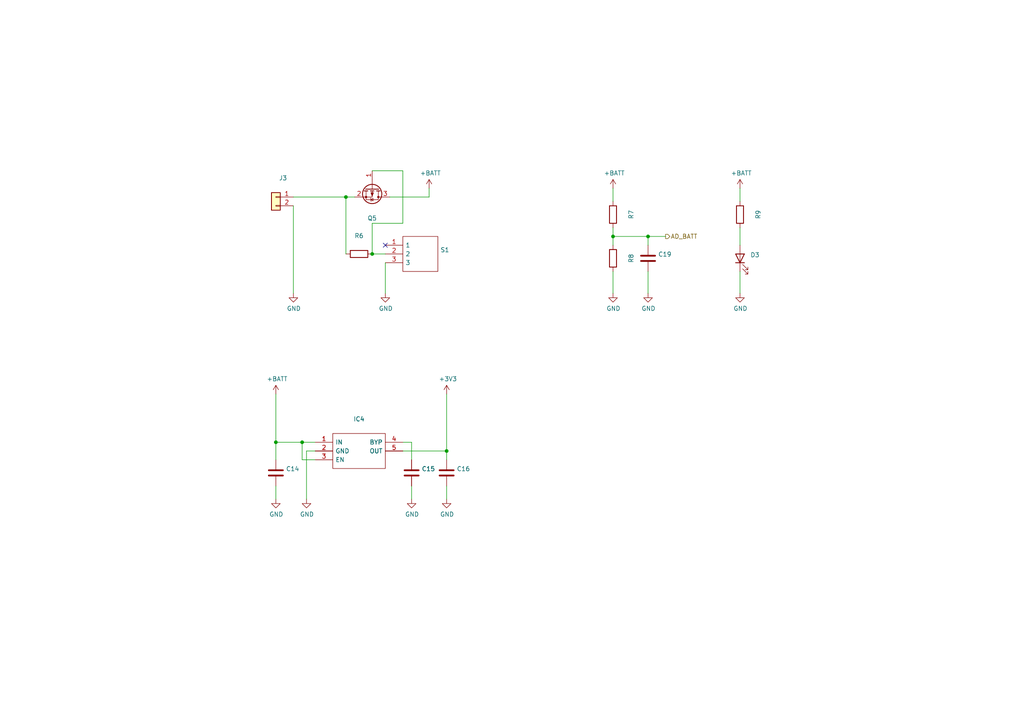
<source format=kicad_sch>
(kicad_sch (version 20211123) (generator eeschema)
  (paper "A4")
  (lib_symbols
    (symbol "Connector_Generic:Conn_01x02" (pin_names (offset 1.016) hide)
      (property "Reference" "J" (at 0 2.54 0))
      (property "Value" "Conn_01x02" (at 0 -5.08 0))
      (symbol "Conn_01x02_1_1"
        (rectangle (start -1.27 -2.413) (end 0 -2.667) (stroke (width 0.1524)))
        (rectangle (start -1.27 0.127) (end 0 -0.127) (stroke (width 0.1524)))
        (rectangle (start -1.27 1.27) (end 1.27 -3.81) (stroke (width 0.254)) (fill (type background)))
        (pin passive line (at -5.08 0 0) (length 3.81) (name "Pin_1") (number "1"))
        (pin passive line (at -5.08 -2.54 0) (length 3.81) (name "Pin_2") (number "2"))
      )
    )
    (symbol "Device:C" (pin_numbers hide) (pin_names (offset 0.254))
      (property "Reference" "C" (at 0.635 2.54 0))
      (property "Value" "C" (at 0.635 -2.54 0))
      (symbol "C_0_1"
        (polyline (pts (xy -2.032 -0.762) (xy 2.032 -0.762)) (stroke (width 0.508)))
        (polyline (pts (xy -2.032 0.762) (xy 2.032 0.762)) (stroke (width 0.508)))
      )
      (symbol "C_1_1"
        (pin passive line (at 0 3.81 270) (length 2.794) (name "~") (number "1"))
        (pin passive line (at 0 -3.81 90) (length 2.794) (name "~") (number "2"))
      )
    )
    (symbol "Device:LED" (pin_numbers hide) (pin_names (offset 1.016) hide)
      (property "Reference" "D" (at 0 2.54 0))
      (property "Value" "LED" (at 0 -2.54 0))
      (symbol "LED_0_1"
        (polyline (pts (xy -1.27 -1.27) (xy -1.27 1.27)) (stroke (width 0.254)))
        (polyline (pts (xy -1.27 0) (xy 1.27 0)))
        (polyline (pts (xy 1.27 -1.27) (xy 1.27 1.27) (xy -1.27 0) (xy 1.27 -1.27)) (stroke (width 0.254)))
        (polyline (pts (xy -3.048 -0.762) (xy -4.572 -2.286) (xy -3.81 -2.286) (xy -4.572 -2.286) (xy -4.572 -1.524)))
        (polyline (pts (xy -1.778 -0.762) (xy -3.302 -2.286) (xy -2.54 -2.286) (xy -3.302 -2.286) (xy -3.302 -1.524)))
      )
      (symbol "LED_1_1"
        (pin passive line (at -3.81 0 0) (length 2.54) (name "K") (number "1"))
        (pin passive line (at 3.81 0 180) (length 2.54) (name "A") (number "2"))
      )
    )
    (symbol "Device:Q_PMOS_GSD" (pin_names (offset 0) hide)
      (property "Reference" "Q" (at 5.08 1.27 0))
      (property "Value" "Q_PMOS_GSD" (at 5.08 -1.27 0))
      (symbol "Q_PMOS_GSD_0_1"
        (polyline (pts (xy 0.254 0) (xy -2.54 0)))
        (polyline (pts (xy 0.254 1.905) (xy 0.254 -1.905)) (stroke (width 0.254)))
        (polyline (pts (xy 0.762 -1.27) (xy 0.762 -2.286)) (stroke (width 0.254)))
        (polyline (pts (xy 0.762 0.508) (xy 0.762 -0.508)) (stroke (width 0.254)))
        (polyline (pts (xy 0.762 2.286) (xy 0.762 1.27)) (stroke (width 0.254)))
        (polyline (pts (xy 2.54 2.54) (xy 2.54 1.778)))
        (polyline (pts (xy 2.54 -2.54) (xy 2.54 0) (xy 0.762 0)))
        (polyline (pts (xy 0.762 1.778) (xy 3.302 1.778) (xy 3.302 -1.778) (xy 0.762 -1.778)))
        (polyline (pts (xy 2.286 0) (xy 1.27 0.381) (xy 1.27 -0.381) (xy 2.286 0)) (fill (type outline)))
        (polyline (pts (xy 2.794 -0.508) (xy 2.921 -0.381) (xy 3.683 -0.381) (xy 3.81 -0.254)))
        (polyline (pts (xy 3.302 -0.381) (xy 2.921 0.254) (xy 3.683 0.254) (xy 3.302 -0.381)))
        (circle (center 1.651 0) (radius 2.794) (stroke (width 0.254)))
        (circle (center 2.54 -1.778) (radius 0.254) (fill (type outline)))
        (circle (center 2.54 1.778) (radius 0.254) (fill (type outline)))
      )
      (symbol "Q_PMOS_GSD_1_1"
        (pin input line (at -5.08 0 0) (length 2.54) (name "G") (number "1"))
        (pin passive line (at 2.54 -5.08 90) (length 2.54) (name "S") (number "2"))
        (pin passive line (at 2.54 5.08 270) (length 2.54) (name "D") (number "3"))
      )
    )
    (symbol "Device:R" (pin_numbers hide) (pin_names (offset 0))
      (property "Reference" "R" (at 2.032 0 90))
      (property "Value" "R" (at 0 0 90))
      (symbol "R_0_1"
        (rectangle (start -1.016 -2.54) (end 1.016 2.54) (stroke (width 0.254)))
      )
      (symbol "R_1_1"
        (pin passive line (at 0 3.81 270) (length 1.27) (name "~") (number "1"))
        (pin passive line (at 0 -3.81 90) (length 1.27) (name "~") (number "2"))
      )
    )
    (symbol "lapis-rescue:MIC5219-3.3YM5-TR-SamacSys_Parts" (pin_names (offset 0.762))
      (property "Reference" "IC" (at 21.59 7.62 0))
      (property "Value" "MIC5219-3.3YM5-TR-SamacSys_Parts" (at 21.59 5.08 0))
      (symbol "MIC5219-3.3YM5-TR-SamacSys_Parts_0_0"
        (pin passive line (at 0 0 0) (length 5.08) (name "IN") (number "1"))
        (pin passive line (at 0 -2.54 0) (length 5.08) (name "GND") (number "2"))
        (pin passive line (at 0 -5.08 0) (length 5.08) (name "EN") (number "3"))
        (pin passive line (at 25.4 0 180) (length 5.08) (name "BYP") (number "4"))
        (pin passive line (at 25.4 -2.54 180) (length 5.08) (name "OUT") (number "5"))
      )
      (symbol "MIC5219-3.3YM5-TR-SamacSys_Parts_0_1"
        (polyline (pts (xy 5.08 2.54) (xy 20.32 2.54) (xy 20.32 -7.62) (xy 5.08 -7.62) (xy 5.08 2.54)) (stroke (width 0.1524)))
      )
    )
    (symbol "lapis-rescue:SSSS810701-SamacSys_Parts" (pin_names (offset 0.762))
      (property "Reference" "S" (at 16.51 7.62 0))
      (property "Value" "SSSS810701-SamacSys_Parts" (at 16.51 5.08 0))
      (symbol "SSSS810701-SamacSys_Parts_0_0"
        (pin passive line (at 0 0 0) (length 5.08) (name "1") (number "1"))
        (pin passive line (at 0 -2.54 0) (length 5.08) (name "2") (number "2"))
        (pin passive line (at 0 -5.08 0) (length 5.08) (name "3") (number "3"))
      )
      (symbol "SSSS810701-SamacSys_Parts_0_1"
        (polyline (pts (xy 5.08 2.54) (xy 15.24 2.54) (xy 15.24 -7.62) (xy 5.08 -7.62) (xy 5.08 2.54)) (stroke (width 0.1524)))
      )
    )
    (symbol "power:+3.3V" (power) (pin_names (offset 0))
      (property "Value" "+3.3V" (at 0 3.556 0))
      (symbol "+3.3V_0_1"
        (polyline (pts (xy -0.762 1.27) (xy 0 2.54)))
        (polyline (pts (xy 0 0) (xy 0 2.54)))
        (polyline (pts (xy 0 2.54) (xy 0.762 1.27)))
      )
      (symbol "+3.3V_1_1"
        (pin power_in line (at 0 0 90) (length 0) hide (name "+3V3") (number "1"))
      )
    )
    (symbol "power:+BATT" (power) (pin_names (offset 0))
      (property "Value" "+BATT" (at 0 3.556 0))
      (symbol "+BATT_0_1"
        (polyline (pts (xy -0.762 1.27) (xy 0 2.54)))
        (polyline (pts (xy 0 0) (xy 0 2.54)))
        (polyline (pts (xy 0 2.54) (xy 0.762 1.27)))
      )
      (symbol "+BATT_1_1"
        (pin power_in line (at 0 0 90) (length 0) hide (name "+BATT") (number "1"))
      )
    )
    (symbol "power:GND" (power) (pin_names (offset 0))
      (property "Value" "GND" (at 0 -3.81 0))
      (symbol "GND_0_1"
        (polyline (pts (xy 0 0) (xy 0 -1.27) (xy 1.27 -1.27) (xy 0 -2.54) (xy -1.27 -1.27) (xy 0 -1.27)))
      )
      (symbol "GND_1_1"
        (pin power_in line (at 0 0 270) (length 0) hide (name "GND") (number "1"))
      )
    )
  )
  (junction (at 107.95 73.66))
  (junction (at 87.63 128.27))
  (junction (at 80.01 128.27))
  (junction (at 129.54 130.81))
  (junction (at 100.33 57.15))
  (junction (at 177.8 68.58))
  (junction (at 187.96 68.58))
  (no_connect (at 111.76 71.12))
  (wire (pts (xy 124.46 54.61) (xy 124.46 57.15)))
  (wire (pts (xy 80.01 128.27) (xy 80.01 133.35)))
  (wire (pts (xy 187.96 68.58) (xy 187.96 71.12)))
  (wire (pts (xy 129.54 130.81) (xy 129.54 133.35)))
  (wire (pts (xy 116.84 64.77) (xy 107.95 64.77)))
  (wire (pts (xy 129.54 114.3) (xy 129.54 130.81)))
  (wire (pts (xy 80.01 128.27) (xy 87.63 128.27)))
  (wire (pts (xy 129.54 140.97) (xy 129.54 144.78)))
  (wire (pts (xy 177.8 54.61) (xy 177.8 58.42)))
  (wire (pts (xy 177.8 68.58) (xy 187.96 68.58)))
  (wire (pts (xy 111.76 76.2) (xy 111.76 85.09)))
  (wire (pts (xy 80.01 114.3) (xy 80.01 128.27)))
  (wire (pts (xy 88.9 130.81) (xy 88.9 144.78)))
  (wire (pts (xy 214.63 66.04) (xy 214.63 71.12)))
  (wire (pts (xy 187.96 68.58) (xy 193.04 68.58)))
  (wire (pts (xy 187.96 78.74) (xy 187.96 85.09)))
  (wire (pts (xy 80.01 140.97) (xy 80.01 144.78)))
  (wire (pts (xy 91.44 133.35) (xy 87.63 133.35)))
  (wire (pts (xy 87.63 128.27) (xy 91.44 128.27)))
  (wire (pts (xy 100.33 57.15) (xy 100.33 73.66)))
  (wire (pts (xy 113.03 57.15) (xy 124.46 57.15)))
  (wire (pts (xy 119.38 128.27) (xy 119.38 133.35)))
  (wire (pts (xy 116.84 128.27) (xy 119.38 128.27)))
  (wire (pts (xy 85.09 59.69) (xy 85.09 85.09)))
  (wire (pts (xy 177.8 68.58) (xy 177.8 71.12)))
  (wire (pts (xy 177.8 78.74) (xy 177.8 85.09)))
  (wire (pts (xy 119.38 140.97) (xy 119.38 144.78)))
  (wire (pts (xy 87.63 133.35) (xy 87.63 128.27)))
  (wire (pts (xy 116.84 130.81) (xy 129.54 130.81)))
  (wire (pts (xy 107.95 64.77) (xy 107.95 73.66)))
  (wire (pts (xy 91.44 130.81) (xy 88.9 130.81)))
  (wire (pts (xy 214.63 78.74) (xy 214.63 85.09)))
  (wire (pts (xy 177.8 66.04) (xy 177.8 68.58)))
  (wire (pts (xy 100.33 57.15) (xy 102.87 57.15)))
  (wire (pts (xy 85.09 57.15) (xy 100.33 57.15)))
  (wire (pts (xy 107.95 73.66) (xy 111.76 73.66)))
  (wire (pts (xy 116.84 49.53) (xy 116.84 64.77)))
  (wire (pts (xy 107.95 49.53) (xy 116.84 49.53)))
  (wire (pts (xy 214.63 58.42) (xy 214.63 54.61)))
  (hierarchical_label "AD_BATT" (shape output) (at 193.04 68.58 0))
  (symbol (lib_id "power:GND") (at 85.09 85.09 0) (unit 1)
    (property "Reference" "#PWR0132" (effects hide))
  )
  (symbol (lib_id "power:+BATT") (at 124.46 54.61 0) (unit 1)
    (property "Reference" "#PWR0131" (effects hide))
  )
  (symbol (lib_id "Connector_Generic:Conn_01x02") (at 80.01 57.15 0) (mirror y) (unit 1)
    (property "Reference" "J3" (at 82.0928 51.6382 0))
  )
  (symbol (lib_id "Device:R") (at 104.14 73.66 270) (unit 1)
    (property "Reference" "R6" (at 104.14 68.4022 90))
  )
  (symbol (lib_id "power:GND") (at 111.76 85.09 0) (unit 1)
    (property "Reference" "#PWR0133" (effects hide))
  )
  (symbol (lib_id "lapis-rescue:MIC5219-3.3YM5-TR-SamacSys_Parts") (at 91.44 128.27 0) (unit 1)
    (property "Reference" "IC4" (at 104.14 121.539 0))
    (property "Datasheet" "http://www.microchip.com/mymicrochip/filehandler.aspx?ddocname=en579712" (effects hide))
    (property "Description" "LDO Regulator Pos 3.3V 0.5A Microchip MIC5219-3.3YM5-TR, LDO Voltage Regulator, 500mA, 3.3 V +/-2%, 2.5  12 Vin, 5-Pin SOT-23" (effects hide))
    (property "Height" "1.3" (effects hide))
    (property "Mouser Part Number" "998-MIC5219-3.3YM5TR" (effects hide))
    (property "Mouser Price/Stock" "https://www.mouser.co.uk/ProductDetail/Microchip-Technology-Micrel/MIC5219-33YM5-TR?qs=U6T8BxXiZAWojkIJMtSJlw%3D%3D" (effects hide))
    (property "Manufacturer_Name" "Microchip" (effects hide))
    (property "Manufacturer_Part_Number" "MIC5219-3.3YM5-TR" (effects hide))
  )
  (symbol (lib_id "power:+BATT") (at 80.01 114.3 0) (unit 1)
    (property "Reference" "#PWR0136" (effects hide))
  )
  (symbol (lib_id "power:GND") (at 88.9 144.78 0) (unit 1)
    (property "Reference" "#PWR0138" (effects hide))
  )
  (symbol (lib_id "power:+BATT") (at 177.8 54.61 0) (unit 1)
    (property "Reference" "#PWR0140" (effects hide))
  )
  (symbol (lib_id "power:GND") (at 177.8 85.09 0) (unit 1)
    (property "Reference" "#PWR0141" (effects hide))
  )
  (symbol (lib_id "Device:C") (at 119.38 137.16 0) (unit 1)
    (property "Reference" "C15" (at 122.301 135.9916 0) (effects (justify left)))
  )
  (symbol (lib_id "Device:C") (at 129.54 137.16 0) (unit 1)
    (property "Reference" "C16" (at 132.461 135.9916 0) (effects (justify left)))
  )
  (symbol (lib_id "power:+3.3V") (at 129.54 114.3 0) (unit 1)
    (property "Reference" "#PWR0142" (effects hide))
  )
  (symbol (lib_id "Device:C") (at 80.01 137.16 0) (unit 1)
    (property "Reference" "C14" (at 82.931 135.9916 0) (effects (justify left)))
  )
  (symbol (lib_id "Device:R") (at 177.8 62.23 180) (unit 1)
    (property "Reference" "R7" (at 183.0578 62.23 90))
  )
  (symbol (lib_id "Device:R") (at 177.8 74.93 180) (unit 1)
    (property "Reference" "R8" (at 183.0578 74.93 90))
  )
  (symbol (lib_id "Device:C") (at 187.96 74.93 0) (unit 1)
    (property "Reference" "C19" (at 190.881 73.7616 0) (effects (justify left)))
  )
  (symbol (lib_id "power:GND") (at 80.01 144.78 0) (unit 1)
    (property "Reference" "#PWR0145" (effects hide))
  )
  (symbol (lib_id "power:GND") (at 119.38 144.78 0) (unit 1)
    (property "Reference" "#PWR0146" (effects hide))
  )
  (symbol (lib_id "power:GND") (at 129.54 144.78 0) (unit 1)
    (property "Reference" "#PWR0147" (effects hide))
  )
  (symbol (lib_id "power:GND") (at 187.96 85.09 0) (unit 1)
    (property "Reference" "#PWR0151" (effects hide))
  )
  (symbol (lib_id "power:+BATT") (at 214.63 54.61 0) (unit 1)
    (property "Reference" "#PWR0152" (effects hide))
  )
  (symbol (lib_id "power:GND") (at 214.63 85.09 0) (unit 1)
    (property "Reference" "#PWR0153" (effects hide))
  )
  (symbol (lib_id "Device:R") (at 214.63 62.23 180) (unit 1)
    (property "Reference" "R9" (at 219.8878 62.23 90))
  )
  (symbol (lib_id "Device:LED") (at 214.63 74.93 90) (unit 1)
    (property "Reference" "D3" (at 217.6272 73.9394 90) (effects (justify right)))
  )
  (symbol (lib_id "lapis-rescue:SSSS810701-SamacSys_Parts") (at 111.76 71.12 0) (unit 1)
    (property "Reference" "S1" (at 127.7112 72.4916 0) (effects (justify left)))
    (property "Datasheet" "http://www.alps.com/prod/info/E/HTML/Switch/Slide/SSSS8/SSSS810701.html" (effects hide))
    (property "Description" "Slide Switches Horiz 1 Pole 2 Pos 1.1 Knob 1.5 Travel" (effects hide))
    (property "Mouser Part Number" "688-SSSS810701" (effects hide))
    (property "Mouser Price/Stock" "https://www.mouser.co.uk/ProductDetail/ALPS/SSSS810701?qs=uROlC5LSwk1OL7pdbC2yLg%3D%3D" (effects hide))
    (property "Manufacturer_Name" "ALPS" (effects hide))
    (property "Manufacturer_Part_Number" "SSSS810701" (effects hide))
  )
  (symbol (lib_id "Device:Q_PMOS_GSD") (at 107.95 54.61 270) (unit 1)
    (property "Reference" "Q5" (at 107.95 63.2968 90))
  )
)
</source>
